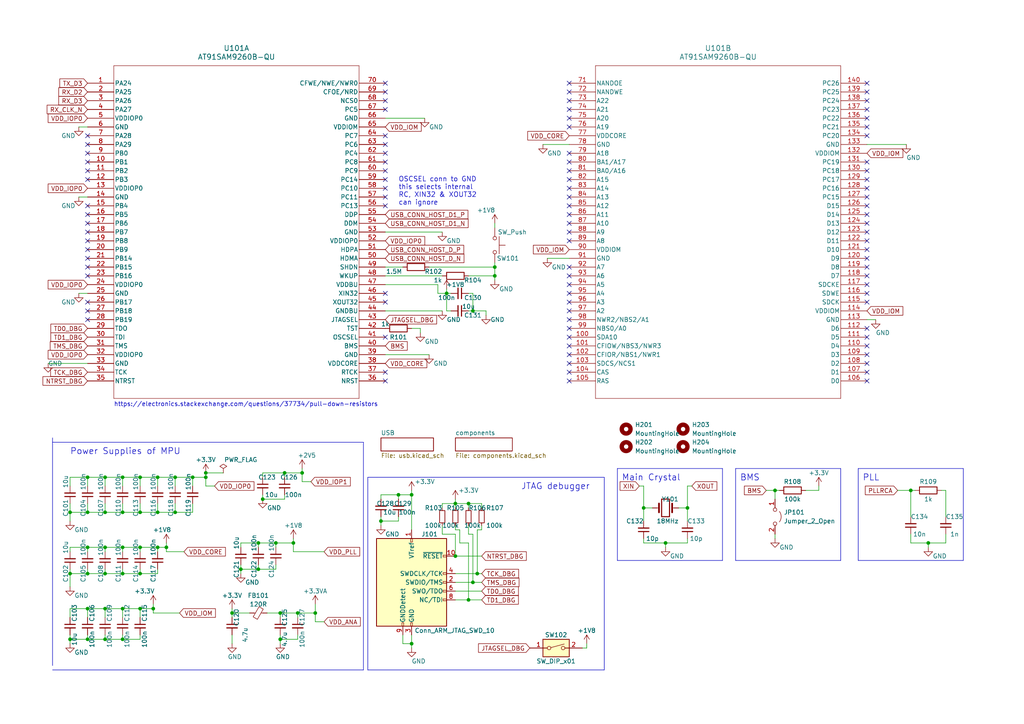
<source format=kicad_sch>
(kicad_sch (version 20230121) (generator eeschema)
  (paper "A4")
  (title_block (title "MoThLab_mini_computer_mtl01") (date "2023-03-09"))
  (junction (at 135.89 146.05))
  (junction (at 25.4 166.37))
  (junction (at 67.31 177.8))
  (junction (at 193.04 157.48))
  (junction (at 59.69 138.43))
  (junction (at 81.28 185.42))
  (junction (at 87.63 137.16))
  (junction (at 30.48 166.37))
  (junction (at 20.32 148.59))
  (junction (at 138.43 166.37))
  (junction (at 30.48 158.75))
  (junction (at 312.42 93.98))
  (junction (at 76.2 144.78))
  (junction (at 35.56 138.43))
  (junction (at 45.72 138.43))
  (junction (at 40.64 176.53))
  (junction (at 35.56 148.59))
  (junction (at 264.16 142.24))
  (junction (at 30.48 148.59))
  (junction (at 119.38 186.69))
  (junction (at 91.44 177.8))
  (junction (at 40.64 148.59))
  (junction (at 55.88 138.43))
  (junction (at 143.51 77.47))
  (junction (at 81.28 177.8))
  (junction (at 25.4 148.59))
  (junction (at 129.54 85.09))
  (junction (at 25.4 158.75))
  (junction (at 59.69 137.16))
  (junction (at 132.08 161.29))
  (junction (at 20.32 166.37))
  (junction (at 135.89 173.99))
  (junction (at 143.51 80.01))
  (junction (at 224.79 142.24))
  (junction (at 25.4 185.42))
  (junction (at 85.09 157.48))
  (junction (at 80.01 157.48))
  (junction (at 137.16 90.17))
  (junction (at 119.38 143.51))
  (junction (at 44.45 176.53))
  (junction (at 35.56 166.37))
  (junction (at 311.15 40.64))
  (junction (at 132.08 146.05))
  (junction (at 311.15 71.12))
  (junction (at 69.85 165.1))
  (junction (at 82.55 137.16))
  (junction (at 40.64 138.43))
  (junction (at 86.36 177.8))
  (junction (at 74.93 157.48))
  (junction (at 35.56 185.42))
  (junction (at 199.39 147.32))
  (junction (at 48.26 158.75))
  (junction (at 321.31 50.8))
  (junction (at 50.8 138.43))
  (junction (at 35.56 176.53))
  (junction (at 40.64 158.75))
  (junction (at 110.49 151.13))
  (junction (at 25.4 138.43))
  (junction (at 25.4 176.53))
  (junction (at 20.32 185.42))
  (junction (at 137.16 168.91))
  (junction (at 30.48 138.43))
  (junction (at 30.48 185.42))
  (junction (at 45.72 148.59))
  (junction (at 115.57 143.51))
  (junction (at 50.8 148.59))
  (junction (at 45.72 158.75))
  (junction (at 186.69 147.32))
  (junction (at 40.64 166.37))
  (junction (at 35.56 158.75))
  (junction (at 269.24 157.48))
  (junction (at 74.93 165.1))
  (junction (at 30.48 176.53))
  (no_connect (at 25.4 64.77))
  (no_connect (at 322.58 109.22))
  (no_connect (at 322.58 86.36))
  (no_connect (at 25.4 80.01))
  (no_connect (at 165.1 87.63))
  (no_connect (at 322.58 78.74))
  (no_connect (at 322.58 25.4))
  (no_connect (at 165.1 92.71))
  (no_connect (at 165.1 29.21))
  (no_connect (at 165.1 64.77))
  (no_connect (at 322.58 22.86))
  (no_connect (at 322.58 30.48))
  (no_connect (at 165.1 69.85))
  (no_connect (at 251.46 36.83))
  (no_connect (at 393.7 109.22))
  (no_connect (at 165.1 82.55))
  (no_connect (at 25.4 46.99))
  (no_connect (at 25.4 44.45))
  (no_connect (at 25.4 59.69))
  (no_connect (at 165.1 46.99))
  (no_connect (at 165.1 110.49))
  (no_connect (at 111.76 26.67))
  (no_connect (at 251.46 26.67))
  (no_connect (at 251.46 46.99))
  (no_connect (at 251.46 95.25))
  (no_connect (at 251.46 59.69))
  (no_connect (at 165.1 34.29))
  (no_connect (at 251.46 31.75))
  (no_connect (at 165.1 67.31))
  (no_connect (at 165.1 77.47))
  (no_connect (at 111.76 107.95))
  (no_connect (at 251.46 72.39))
  (no_connect (at 165.1 90.17))
  (no_connect (at 251.46 62.23))
  (no_connect (at 165.1 80.01))
  (no_connect (at 111.76 31.75))
  (no_connect (at 393.7 104.14))
  (no_connect (at 165.1 97.79))
  (no_connect (at 165.1 107.95))
  (no_connect (at 251.46 102.87))
  (no_connect (at 393.7 101.6))
  (no_connect (at 251.46 49.53))
  (no_connect (at 111.76 110.49))
  (no_connect (at 165.1 52.07))
  (no_connect (at 322.58 91.44))
  (no_connect (at 251.46 24.13))
  (no_connect (at 165.1 31.75))
  (no_connect (at 111.76 57.15))
  (no_connect (at 25.4 39.37))
  (no_connect (at 165.1 59.69))
  (no_connect (at 322.58 76.2))
  (no_connect (at 111.76 44.45))
  (no_connect (at 25.4 92.71))
  (no_connect (at 393.7 96.52))
  (no_connect (at 25.4 77.47))
  (no_connect (at 322.58 33.02))
  (no_connect (at 111.76 41.91))
  (no_connect (at 111.76 87.63))
  (no_connect (at 251.46 52.07))
  (no_connect (at 393.7 45.72))
  (no_connect (at 165.1 85.09))
  (no_connect (at 251.46 100.33))
  (no_connect (at 393.7 106.68))
  (no_connect (at 251.46 64.77))
  (no_connect (at 111.76 52.07))
  (no_connect (at 251.46 29.21))
  (no_connect (at 165.1 105.41))
  (no_connect (at 165.1 102.87))
  (no_connect (at 111.76 46.99))
  (no_connect (at 25.4 72.39))
  (no_connect (at 165.1 44.45))
  (no_connect (at 111.76 85.09))
  (no_connect (at 251.46 77.47))
  (no_connect (at 25.4 67.31))
  (no_connect (at 251.46 85.09))
  (no_connect (at 251.46 67.31))
  (no_connect (at 251.46 57.15))
  (no_connect (at 322.58 73.66))
  (no_connect (at 393.7 99.06))
  (no_connect (at 322.58 81.28))
  (no_connect (at 25.4 87.63))
  (no_connect (at 165.1 24.13))
  (no_connect (at 322.58 101.6))
  (no_connect (at 165.1 49.53))
  (no_connect (at 111.76 54.61))
  (no_connect (at 25.4 52.07))
  (no_connect (at 322.58 27.94))
  (no_connect (at 251.46 54.61))
  (no_connect (at 111.76 59.69))
  (no_connect (at 322.58 83.82))
  (no_connect (at 111.76 97.79))
  (no_connect (at 251.46 110.49))
  (no_connect (at 322.58 88.9))
  (no_connect (at 165.1 100.33))
  (no_connect (at 251.46 105.41))
  (no_connect (at 25.4 69.85))
  (no_connect (at 251.46 34.29))
  (no_connect (at 165.1 57.15))
  (no_connect (at 322.58 63.5))
  (no_connect (at 111.76 49.53))
  (no_connect (at 322.58 66.04))
  (no_connect (at 25.4 90.17))
  (no_connect (at 25.4 62.23))
  (no_connect (at 393.7 30.48))
  (no_connect (at 165.1 26.67))
  (no_connect (at 165.1 95.25))
  (no_connect (at 393.7 88.9))
  (no_connect (at 25.4 41.91))
  (no_connect (at 322.58 68.58))
  (no_connect (at 165.1 36.83))
  (no_connect (at 322.58 99.06))
  (no_connect (at 165.1 54.61))
  (no_connect (at 393.7 91.44))
  (no_connect (at 111.76 24.13))
  (no_connect (at 165.1 62.23))
  (no_connect (at 251.46 87.63))
  (no_connect (at 251.46 69.85))
  (no_connect (at 251.46 97.79))
  (no_connect (at 25.4 49.53))
  (no_connect (at 251.46 80.01))
  (no_connect (at 251.46 107.95))
  (no_connect (at 251.46 39.37))
  (no_connect (at 251.46 82.55))
  (no_connect (at 111.76 29.21))
  (no_connect (at 251.46 74.93))
  (no_connect (at 393.7 93.98))
  (no_connect (at 25.4 74.93))
  (no_connect (at 111.76 39.37))
  (wire (pts (xy 40.64 148.59) (xy 40.64 146.05)))
  (wire (pts (xy 40.64 148.59) (xy 45.72 148.59)))
  (wire (pts (xy 186.69 157.48) (xy 193.04 157.48)))
  (wire (pts (xy 224.79 154.94) (xy 224.79 156.21)))
  (wire (pts (xy 44.45 177.8) (xy 52.07 177.8)))
  (wire (pts (xy 45.72 158.75) (xy 48.26 158.75)))
  (wire (pts (xy 130.81 85.09) (xy 129.54 85.09)))
  (wire (pts (xy 264.16 157.48) (xy 269.24 157.48)))
  (wire (pts (xy 59.69 138.43) (xy 55.88 138.43)))
  (wire (pts (xy 48.26 160.02) (xy 48.26 158.75)))
  (wire (pts (xy 85.09 160.02) (xy 93.98 160.02)))
  (wire (pts (xy 30.48 176.53) (xy 35.56 176.53)))
  (wire (pts (xy 80.01 157.48) (xy 85.09 157.48)))
  (wire (pts (xy 35.56 138.43) (xy 40.64 138.43)))
  (wire (pts (xy 22.86 85.09) (xy 25.4 85.09)))
  (wire (pts (xy 35.56 148.59) (xy 40.64 148.59)))
  (wire (pts (xy 80.01 157.48) (xy 80.01 158.75)))
  (wire (pts (xy 45.72 138.43) (xy 50.8 138.43)))
  (wire (pts (xy 110.49 151.13) (xy 110.49 152.4)))
  (polyline (pts (xy 213.36 135.89) (xy 243.84 135.89)))
  (wire (pts (xy 81.28 185.42) (xy 81.28 186.69)))
  (wire (pts (xy 30.48 166.37) (xy 30.48 165.1)))
  (wire (pts (xy 138.43 153.67) (xy 138.43 166.37)))
  (wire (pts (xy 186.69 147.32) (xy 189.23 147.32)))
  (wire (pts (xy 320.04 96.52) (xy 322.58 96.52)))
  (wire (pts (xy 128.27 147.32) (xy 128.27 146.05)))
  (wire (pts (xy 76.2 143.51) (xy 76.2 144.78)))
  (wire (pts (xy 77.47 177.8) (xy 81.28 177.8)))
  (wire (pts (xy 59.69 137.16) (xy 64.77 137.16)))
  (polyline (pts (xy 179.07 135.89) (xy 209.55 135.89)))
  (wire (pts (xy 86.36 177.8) (xy 91.44 177.8)))
  (wire (pts (xy 81.28 184.15) (xy 81.28 185.42)))
  (wire (pts (xy 82.55 143.51) (xy 82.55 144.78)))
  (polyline (pts (xy 105.41 194.31) (xy 105.41 128.27)))
  (wire (pts (xy 40.64 158.75) (xy 45.72 158.75)))
  (wire (pts (xy 67.31 176.53) (xy 67.31 177.8)))
  (wire (pts (xy 127 82.55) (xy 127 85.09)))
  (polyline (pts (xy 243.84 162.56) (xy 243.84 135.89)))
  (wire (pts (xy 111.76 34.29) (xy 123.19 34.29)))
  (wire (pts (xy 274.32 157.48) (xy 274.32 154.94)))
  (wire (pts (xy 13.97 105.41) (xy 25.4 105.41)))
  (wire (pts (xy 143.51 76.2) (xy 143.51 77.47)))
  (wire (pts (xy 200.66 140.97) (xy 199.39 140.97)))
  (wire (pts (xy 40.64 138.43) (xy 45.72 138.43)))
  (wire (pts (xy 87.63 135.89) (xy 87.63 137.16)))
  (wire (pts (xy 260.35 142.24) (xy 264.16 142.24)))
  (wire (pts (xy 35.56 166.37) (xy 40.64 166.37)))
  (wire (pts (xy 186.69 147.32) (xy 186.69 151.13)))
  (wire (pts (xy 59.69 140.97) (xy 59.69 138.43)))
  (wire (pts (xy 193.04 157.48) (xy 193.04 158.75)))
  (wire (pts (xy 74.93 157.48) (xy 80.01 157.48)))
  (wire (pts (xy 128.27 154.94) (xy 132.08 154.94)))
  (wire (pts (xy 67.31 177.8) (xy 67.31 179.07)))
  (wire (pts (xy 69.85 157.48) (xy 69.85 158.75)))
  (wire (pts (xy 76.2 137.16) (xy 76.2 138.43)))
  (wire (pts (xy 86.36 185.42) (xy 81.28 185.42)))
  (wire (pts (xy 132.08 168.91) (xy 137.16 168.91)))
  (wire (pts (xy 35.56 184.15) (xy 35.56 185.42)))
  (polyline (pts (xy 213.36 135.89) (xy 213.36 162.56)))
  (wire (pts (xy 222.25 142.24) (xy 224.79 142.24)))
  (wire (pts (xy 48.26 160.02) (xy 53.34 160.02)))
  (wire (pts (xy 25.4 185.42) (xy 30.48 185.42)))
  (wire (pts (xy 170.18 187.96) (xy 170.18 186.69)))
  (wire (pts (xy 69.85 165.1) (xy 69.85 166.37)))
  (wire (pts (xy 393.7 78.74) (xy 406.4 78.74)))
  (wire (pts (xy 25.4 140.97) (xy 25.4 138.43)))
  (wire (pts (xy 25.4 138.43) (xy 20.32 138.43)))
  (wire (pts (xy 20.32 166.37) (xy 20.32 165.1)))
  (wire (pts (xy 86.36 177.8) (xy 86.36 179.07)))
  (wire (pts (xy 25.4 148.59) (xy 25.4 146.05)))
  (wire (pts (xy 82.55 137.16) (xy 87.63 137.16)))
  (wire (pts (xy 45.72 165.1) (xy 45.72 166.37)))
  (polyline (pts (xy 213.36 162.56) (xy 243.84 162.56)))
  (wire (pts (xy 55.88 140.97) (xy 55.88 138.43)))
  (wire (pts (xy 133.35 157.48) (xy 135.89 157.48)))
  (wire (pts (xy 20.32 176.53) (xy 20.32 179.07)))
  (wire (pts (xy 115.57 151.13) (xy 115.57 149.86)))
  (wire (pts (xy 91.44 180.34) (xy 93.98 180.34)))
  (wire (pts (xy 137.16 168.91) (xy 139.7 168.91)))
  (polyline (pts (xy 15.24 128.27) (xy 105.41 128.27)))
  (wire (pts (xy 80.01 165.1) (xy 80.01 163.83)))
  (wire (pts (xy 20.32 158.75) (xy 20.32 160.02)))
  (wire (pts (xy 251.46 92.71) (xy 254 92.71)))
  (wire (pts (xy 25.4 160.02) (xy 25.4 158.75)))
  (wire (pts (xy 129.54 83.82) (xy 129.54 85.09)))
  (wire (pts (xy 237.49 142.24) (xy 233.68 142.24)))
  (polyline (pts (xy 109.22 138.43) (xy 175.26 138.43)))
  (wire (pts (xy 44.45 175.26) (xy 44.45 176.53)))
  (wire (pts (xy 308.61 35.56) (xy 322.58 35.56)))
  (wire (pts (xy 119.38 95.25) (xy 121.92 95.25)))
  (wire (pts (xy 20.32 185.42) (xy 25.4 185.42)))
  (wire (pts (xy 87.63 137.16) (xy 87.63 139.7)))
  (wire (pts (xy 81.28 177.8) (xy 86.36 177.8)))
  (wire (pts (xy 135.89 80.01) (xy 143.51 80.01)))
  (wire (pts (xy 135.89 157.48) (xy 135.89 173.99)))
  (wire (pts (xy 129.54 90.17) (xy 130.81 90.17)))
  (wire (pts (xy 269.24 157.48) (xy 274.32 157.48)))
  (wire (pts (xy 45.72 148.59) (xy 50.8 148.59)))
  (wire (pts (xy 67.31 184.15) (xy 67.31 186.69)))
  (wire (pts (xy 135.89 154.94) (xy 137.16 154.94)))
  (wire (pts (xy 119.38 142.24) (xy 119.38 143.51)))
  (wire (pts (xy 128.27 146.05) (xy 132.08 146.05)))
  (wire (pts (xy 132.08 173.99) (xy 135.89 173.99)))
  (wire (pts (xy 85.09 157.48) (xy 85.09 156.21)))
  (wire (pts (xy 45.72 140.97) (xy 45.72 138.43)))
  (polyline (pts (xy 106.68 138.43) (xy 109.22 138.43)))
  (wire (pts (xy 393.7 38.1) (xy 406.4 38.1)))
  (wire (pts (xy 82.55 137.16) (xy 82.55 138.43)))
  (polyline (pts (xy 279.4 162.56) (xy 279.4 135.89)))
  (wire (pts (xy 311.15 40.64) (xy 322.58 40.64)))
  (wire (pts (xy 132.08 152.4) (xy 132.08 153.67)))
  (wire (pts (xy 110.49 143.51) (xy 110.49 144.78)))
  (wire (pts (xy 30.48 148.59) (xy 35.56 148.59)))
  (wire (pts (xy 139.7 146.05) (xy 139.7 147.32)))
  (wire (pts (xy 143.51 80.01) (xy 143.51 81.28)))
  (wire (pts (xy 224.79 142.24) (xy 224.79 144.78)))
  (wire (pts (xy 25.4 166.37) (xy 20.32 166.37)))
  (wire (pts (xy 20.32 148.59) (xy 20.32 151.13)))
  (wire (pts (xy 132.08 153.67) (xy 133.35 153.67)))
  (wire (pts (xy 76.2 137.16) (xy 82.55 137.16)))
  (wire (pts (xy 59.69 140.97) (xy 62.23 140.97)))
  (wire (pts (xy 139.7 152.4) (xy 139.7 153.67)))
  (wire (pts (xy 132.08 171.45) (xy 139.7 171.45)))
  (wire (pts (xy 35.56 140.97) (xy 35.56 138.43)))
  (wire (pts (xy 133.35 153.67) (xy 133.35 157.48)))
  (wire (pts (xy 309.88 71.12) (xy 311.15 71.12)))
  (wire (pts (xy 269.24 157.48) (xy 269.24 158.75)))
  (wire (pts (xy 186.69 156.21) (xy 186.69 157.48)))
  (wire (pts (xy 224.79 142.24) (xy 226.06 142.24)))
  (wire (pts (xy 309.88 104.14) (xy 322.58 104.14)))
  (wire (pts (xy 55.88 148.59) (xy 55.88 146.05)))
  (wire (pts (xy 116.84 184.15) (xy 116.84 186.69)))
  (wire (pts (xy 111.76 90.17) (xy 128.27 90.17)))
  (wire (pts (xy 35.56 185.42) (xy 40.64 185.42)))
  (wire (pts (xy 22.86 57.15) (xy 25.4 57.15)))
  (polyline (pts (xy 248.92 135.89) (xy 248.92 162.56)))
  (wire (pts (xy 20.32 184.15) (xy 20.32 185.42)))
  (wire (pts (xy 50.8 148.59) (xy 55.88 148.59)))
  (wire (pts (xy 74.93 165.1) (xy 74.93 163.83)))
  (wire (pts (xy 40.64 179.07) (xy 40.64 176.53)))
  (polyline (pts (xy 175.26 138.43) (xy 175.26 194.31)))
  (wire (pts (xy 137.16 85.09) (xy 135.89 85.09)))
  (wire (pts (xy 321.31 48.26) (xy 322.58 48.26)))
  (wire (pts (xy 40.64 160.02) (xy 40.64 158.75)))
  (wire (pts (xy 25.4 138.43) (xy 30.48 138.43)))
  (polyline (pts (xy 15.24 127) (xy 15.24 193.04)))
  (wire (pts (xy 25.4 176.53) (xy 30.48 176.53)))
  (wire (pts (xy 251.46 41.91) (xy 262.89 41.91)))
  (wire (pts (xy 311.15 40.64) (xy 311.15 41.91)))
  (wire (pts (xy 25.4 184.15) (xy 25.4 185.42)))
  (wire (pts (xy 311.15 93.98) (xy 312.42 93.98)))
  (wire (pts (xy 30.48 140.97) (xy 30.48 138.43)))
  (wire (pts (xy 59.69 137.16) (xy 59.69 138.43)))
  (wire (pts (xy 74.93 158.75) (xy 74.93 157.48)))
  (wire (pts (xy 40.64 166.37) (xy 45.72 166.37)))
  (wire (pts (xy 110.49 151.13) (xy 110.49 149.86)))
  (wire (pts (xy 132.08 146.05) (xy 132.08 144.78)))
  (wire (pts (xy 115.57 143.51) (xy 110.49 143.51)))
  (wire (pts (xy 35.56 148.59) (xy 35.56 146.05)))
  (wire (pts (xy 25.4 158.75) (xy 20.32 158.75)))
  (wire (pts (xy 317.5 50.8) (xy 321.31 50.8)))
  (wire (pts (xy 393.7 48.26) (xy 406.4 48.26)))
  (wire (pts (xy 35.56 176.53) (xy 35.56 179.07)))
  (wire (pts (xy 321.31 53.34) (xy 321.31 50.8)))
  (polyline (pts (xy 106.68 194.31) (xy 106.68 138.43)))
  (wire (pts (xy 185.42 140.97) (xy 186.69 140.97)))
  (polyline (pts (xy 175.26 194.31) (xy 106.68 194.31)))
  (wire (pts (xy 91.44 180.34) (xy 91.44 177.8)))
  (wire (pts (xy 25.4 166.37) (xy 30.48 166.37)))
  (wire (pts (xy 199.39 147.32) (xy 196.85 147.32)))
  (wire (pts (xy 69.85 157.48) (xy 74.93 157.48)))
  (wire (pts (xy 273.05 142.24) (xy 274.32 142.24)))
  (wire (pts (xy 35.56 166.37) (xy 35.56 165.1)))
  (wire (pts (xy 40.64 185.42) (xy 40.64 184.15)))
  (wire (pts (xy 138.43 166.37) (xy 139.7 166.37)))
  (polyline (pts (xy 248.92 162.56) (xy 279.4 162.56)))
  (wire (pts (xy 135.89 146.05) (xy 135.89 147.32)))
  (wire (pts (xy 132.08 146.05) (xy 132.08 147.32)))
  (wire (pts (xy 50.8 148.59) (xy 50.8 146.05)))
  (wire (pts (xy 132.08 161.29) (xy 139.7 161.29)))
  (wire (pts (xy 50.8 140.97) (xy 50.8 138.43)))
  (wire (pts (xy 135.89 173.99) (xy 139.7 173.99)))
  (wire (pts (xy 157.48 41.91) (xy 165.1 41.91)))
  (wire (pts (xy 91.44 175.26) (xy 91.44 177.8)))
  (wire (pts (xy 111.76 102.87) (xy 124.46 102.87)))
  (wire (pts (xy 119.38 143.51) (xy 115.57 143.51)))
  (wire (pts (xy 111.76 67.31) (xy 128.27 67.31)))
  (wire (pts (xy 311.15 69.85) (xy 311.15 71.12)))
  (wire (pts (xy 320.04 60.96) (xy 322.58 60.96)))
  (wire (pts (xy 137.16 85.09) (xy 137.16 90.17)))
  (wire (pts (xy 22.86 36.83) (xy 25.4 36.83)))
  (wire (pts (xy 311.15 71.12) (xy 322.58 71.12)))
  (wire (pts (xy 20.32 146.05) (xy 20.32 148.59)))
  (wire (pts (xy 309.88 40.64) (xy 311.15 40.64)))
  (wire (pts (xy 135.89 152.4) (xy 135.89 154.94)))
  (wire (pts (xy 76.2 144.78) (xy 82.55 144.78)))
  (wire (pts (xy 81.28 177.8) (xy 81.28 179.07)))
  (wire (pts (xy 158.75 74.93) (xy 165.1 74.93)))
  (wire (pts (xy 140.97 91.44) (xy 140.97 90.17)))
  (wire (pts (xy 40.64 176.53) (xy 44.45 176.53)))
  (wire (pts (xy 135.89 146.05) (xy 139.7 146.05)))
  (wire (pts (xy 30.48 184.15) (xy 30.48 185.42)))
  (wire (pts (xy 132.08 146.05) (xy 135.89 146.05)))
  (wire (pts (xy 119.38 186.69) (xy 119.38 187.96)))
  (wire (pts (xy 143.51 77.47) (xy 143.51 80.01)))
  (wire (pts (xy 30.48 160.02) (xy 30.48 158.75)))
  (wire (pts (xy 129.54 90.17) (xy 129.54 85.09)))
  (wire (pts (xy 119.38 186.69) (xy 119.38 184.15)))
  (wire (pts (xy 35.56 176.53) (xy 40.64 176.53)))
  (wire (pts (xy 312.42 92.71) (xy 312.42 93.98)))
  (polyline (pts (xy 179.07 135.89) (xy 179.07 162.56)))
  (wire (pts (xy 186.69 140.97) (xy 186.69 147.32)))
  (polyline (pts (xy 248.92 135.89) (xy 279.4 135.89)))
  (wire (pts (xy 237.49 140.97) (xy 237.49 142.24)))
  (polyline (pts (xy 209.55 162.56) (xy 209.55 135.89)))
  (wire (pts (xy 45.72 160.02) (xy 45.72 158.75)))
  (wire (pts (xy 30.48 185.42) (xy 35.56 185.42)))
  (wire (pts (xy 128.27 152.4) (xy 128.27 154.94)))
  (wire (pts (xy 321.31 50.8) (xy 321.31 48.26)))
  (wire (pts (xy 137.16 154.94) (xy 137.16 168.91)))
  (wire (pts (xy 20.32 138.43) (xy 20.32 140.97)))
  (wire (pts (xy 40.64 166.37) (xy 40.64 165.1)))
  (wire (pts (xy 168.91 187.96) (xy 170.18 187.96)))
  (wire (pts (xy 199.39 140.97) (xy 199.39 147.32)))
  (wire (pts (xy 86.36 185.42) (xy 86.36 184.15)))
  (wire (pts (xy 50.8 138.43) (xy 55.88 138.43)))
  (wire (pts (xy 25.4 158.75) (xy 30.48 158.75)))
  (wire (pts (xy 199.39 147.32) (xy 199.39 151.13)))
  (wire (pts (xy 121.92 95.25) (xy 121.92 96.52)))
  (wire (pts (xy 25.4 176.53) (xy 20.32 176.53)))
  (wire (pts (xy 312.42 93.98) (xy 322.58 93.98)))
  (wire (pts (xy 140.97 90.17) (xy 137.16 90.17)))
  (wire (pts (xy 264.16 142.24) (xy 265.43 142.24)))
  (wire (pts (xy 143.51 64.77) (xy 143.51 66.04)))
  (polyline (pts (xy 15.24 194.31) (xy 105.41 194.31)))
  (wire (pts (xy 193.04 157.48) (xy 199.39 157.48)))
  (wire (pts (xy 85.09 160.02) (xy 85.09 157.48)))
  (wire (pts (xy 35.56 160.02) (xy 35.56 158.75)))
  (wire (pts (xy 132.08 154.94) (xy 132.08 161.29)))
  (polyline (pts (xy 179.07 162.56) (xy 209.55 162.56)))
  (wire (pts (xy 30.48 148.59) (xy 30.48 146.05)))
  (wire (pts (xy 111.76 77.47) (xy 116.84 77.47)))
  (wire (pts (xy 115.57 151.13) (xy 110.49 151.13)))
  (wire (pts (xy 25.4 176.53) (xy 25.4 179.07)))
  (wire (pts (xy 69.85 165.1) (xy 69.85 163.83)))
  (wire (pts (xy 137.16 90.17) (xy 135.89 90.17)))
  (wire (pts (xy 139.7 153.67) (xy 138.43 153.67)))
  (wire (pts (xy 119.38 143.51) (xy 119.38 153.67)))
  (wire (pts (xy 264.16 142.24) (xy 264.16 149.86)))
  (wire (pts (xy 69.85 165.1) (xy 74.93 165.1)))
  (wire (pts (xy 199.39 157.48) (xy 199.39 156.21)))
  (wire (pts (xy 132.08 166.37) (xy 138.43 166.37)))
  (wire (pts (xy 30.48 138.43) (xy 35.56 138.43)))
  (wire (pts (xy 90.17 139.7) (xy 87.63 139.7)))
  (wire (pts (xy 127 85.09) (xy 129.54 85.09)))
  (wire (pts (xy 30.48 166.37) (xy 35.56 166.37)))
  (wire (pts (xy 67.31 177.8) (xy 72.39 177.8)))
  (wire (pts (xy 20.32 148.59) (xy 25.4 148.59)))
  (wire (pts (xy 25.4 148.59) (xy 30.48 148.59)))
  (wire (pts (xy 20.32 185.42) (xy 20.32 186.69)))
  (wire (pts (xy 264.16 154.94) (xy 264.16 157.48)))
  (wire (pts (xy 44.45 177.8) (xy 44.45 176.53)))
  (wire (pts (xy 74.93 165.1) (xy 80.01 165.1)))
  (wire (pts (xy 30.48 158.75) (xy 35.56 158.75)))
  (wire (pts (xy 115.57 144.78) (xy 115.57 143.51)))
  (wire (pts (xy 30.48 176.53) (xy 30.48 179.07)))
  (wire (pts (xy 48.26 158.75) (xy 48.26 157.48)))
  (wire (pts (xy 25.4 166.37) (xy 25.4 165.1)))
  (wire (pts (xy 40.64 140.97) (xy 40.64 138.43)))
  (wire (pts (xy 20.32 166.37) (xy 20.32 170.18)))
  (wire (pts (xy 322.58 53.34) (xy 321.31 53.34)))
  (wire (pts (xy 124.46 77.47) (xy 143.51 77.47)))
  (wire (pts (xy 111.76 80.01) (xy 128.27 80.01)))
  (wire (pts (xy 116.84 186.69) (xy 119.38 186.69)))
  (wire (pts (xy 45.72 148.59) (xy 45.72 146.05)))
  (wire (pts (xy 274.32 142.24) (xy 274.32 149.86)))
  (wire (pts (xy 35.56 158.75) (xy 40.64 158.75)))
  (wire (pts (xy 111.76 82.55) (xy 127 82.55)))
  (text "Power Supplies of MPU" (at 20.32 132.08 0) (effects (font (size 1.8 1.8)) (justify left bottom)))
  (text "https://electronics.stackexchange.com/questions/37734/pull-down-resistors" (at 33.02 118.11 0) (effects (font (size 1.27 1.27)) (justify left bottom)))
  (text "OSCSEL conn to GND\nthis selects internal \nRC, XIN32 & XOUT32\ncan ignore" (at 115.57 59.69 0) (effects (font (size 1.4 1.4)) (justify left bottom)))
  (text "JTAG debugger" (at 151.13 142.24 0) (effects (font (size 1.8 1.8)) (justify left bottom)))
  (text "Main Crystal" (at 180.34 139.7 0) (effects (font (size 1.8 1.8)) (justify left bottom)))
  (text "PLL" (at 250.19 139.7 0) (effects (font (size 1.8 1.8)) (justify left bottom)))
  (text "BMS\n" (at 214.63 139.7 0) (effects (font (size 1.8 1.8)) (justify left bottom)))
  (global_label "VDD_CORE" (shape input) (at 322.58 106.68 180) (property "Intersheetrefs" "${INTERSHEET_REFS}" (effects hide)))
  (global_label "TX_D1" (shape input) (at 393.7 63.5 0) (property "Intersheetrefs" "${INTERSHEET_REFS}" (effects hide)))
  (global_label "USB_CONN_HOST_D_P" (shape input) (at 111.76 72.39 0) (property "Intersheetrefs" "${INTERSHEET_REFS}" (effects hide)))
  (global_label "VDD_IOP0" (shape input) (at 111.76 69.85 0) (property "Intersheetrefs" "${INTERSHEET_REFS}" (effects hide)))
  (global_label "TD0_DBG" (shape input) (at 25.4 95.25 180) (property "Intersheetrefs" "${INTERSHEET_REFS}" (effects hide)))
  (global_label "USB_CONN_HOST_D1_P" (shape input) (at 111.76 62.23 0) (property "Intersheetrefs" "${INTERSHEET_REFS}" (effects hide)))
  (global_label "VDD_IOP0" (shape input) (at 393.7 81.28 0) (property "Intersheetrefs" "${INTERSHEET_REFS}" (effects hide)))
  (global_label "BMS" (shape input) (at 111.76 100.33 0) (property "Intersheetrefs" "${INTERSHEET_REFS}" (effects hide)))
  (global_label "PLLRCA" (shape input) (at 322.58 55.88 180) (property "Intersheetrefs" "${INTERSHEET_REFS}" (effects hide)))
  (global_label "RX_D3" (shape input) (at 25.4 29.21 180) (property "Intersheetrefs" "${INTERSHEET_REFS}" (effects hide)))
  (global_label "VDD_IOP0" (shape input) (at 25.4 54.61 180) (property "Intersheetrefs" "${INTERSHEET_REFS}" (effects hide)))
  (global_label "SD_DAT3" (shape input) (at 393.7 68.58 0) (property "Intersheetrefs" "${INTERSHEET_REFS}" (effects hide)))
  (global_label "VDD_IOM" (shape input) (at 165.1 72.39 180) (property "Intersheetrefs" "${INTERSHEET_REFS}" (effects hide)))
  (global_label "XOUT" (shape input) (at 200.66 140.97 0) (property "Intersheetrefs" "${INTERSHEET_REFS}" (effects hide)))
  (global_label "MDIO" (shape input) (at 393.7 33.02 0) (property "Intersheetrefs" "${INTERSHEET_REFS}" (effects hide)))
  (global_label "VDD_IOM" (shape input) (at 52.07 177.8 0) (property "Intersheetrefs" "${INTERSHEET_REFS}" (effects hide)))
  (global_label "VDD_IOP0" (shape input) (at 25.4 82.55 180) (property "Intersheetrefs" "${INTERSHEET_REFS}" (effects hide)))
  (global_label "TMS_DBG" (shape input) (at 139.7 168.91 0) (property "Intersheetrefs" "${INTERSHEET_REFS}" (effects hide)))
  (global_label "GTX_CLK_N" (shape input) (at 393.7 43.18 0) (property "Intersheetrefs" "${INTERSHEET_REFS}" (effects hide)))
  (global_label "USB_CONN_HOST_D1_N" (shape input) (at 111.76 64.77 0) (property "Intersheetrefs" "${INTERSHEET_REFS}" (effects hide)))
  (global_label "VDD_IOP1" (shape input) (at 90.17 139.7 0) (property "Intersheetrefs" "${INTERSHEET_REFS}" (effects hide)))
  (global_label "JTAGSEL_DBG" (shape input) (at 153.67 187.96 180) (property "Intersheetrefs" "${INTERSHEET_REFS}" (effects hide)))
  (global_label "XOUT" (shape input) (at 322.58 45.72 180) (property "Intersheetrefs" "${INTERSHEET_REFS}" (effects hide)))
  (global_label "SD_DAT2" (shape input) (at 393.7 71.12 0) (property "Intersheetrefs" "${INTERSHEET_REFS}" (effects hide)))
  (global_label "TD0_DBG" (shape input) (at 139.7 171.45 0) (property "Intersheetrefs" "${INTERSHEET_REFS}" (effects hide)))
  (global_label "VDD_PLL" (shape input) (at 322.58 58.42 180) (property "Intersheetrefs" "${INTERSHEET_REFS}" (effects hide)))
  (global_label "NTRST_DBG" (shape input) (at 139.7 161.29 0) (property "Intersheetrefs" "${INTERSHEET_REFS}" (effects hide)))
  (global_label "TX_D2" (shape input) (at 393.7 27.94 0) (property "Intersheetrefs" "${INTERSHEET_REFS}" (effects hide)))
  (global_label "SD_CLK" (shape input) (at 393.7 76.2 0) (property "Intersheetrefs" "${INTERSHEET_REFS}" (effects hide)))
  (global_label "SD_DAT0" (shape input) (at 393.7 86.36 0) (property "Intersheetrefs" "${INTERSHEET_REFS}" (effects hide)))
  (global_label "RX_DV" (shape input) (at 393.7 53.34 0) (property "Intersheetrefs" "${INTERSHEET_REFS}" (effects hide)))
  (global_label "RX_D0" (shape input) (at 393.7 60.96 0) (property "Intersheetrefs" "${INTERSHEET_REFS}" (effects hide)))
  (global_label "NTRST_DBG" (shape input) (at 25.4 110.49 180) (property "Intersheetrefs" "${INTERSHEET_REFS}" (effects hide)))
  (global_label "VDD_CORE" (shape input) (at 165.1 39.37 180) (property "Intersheetrefs" "${INTERSHEET_REFS}" (effects hide)))
  (global_label "SD_CMD" (shape input) (at 393.7 83.82 0) (property "Intersheetrefs" "${INTERSHEET_REFS}" (effects hide)))
  (global_label "TMS_DBG" (shape input) (at 25.4 100.33 180) (property "Intersheetrefs" "${INTERSHEET_REFS}" (effects hide)))
  (global_label "TD1_DBG" (shape input) (at 139.7 173.99 0) (property "Intersheetrefs" "${INTERSHEET_REFS}" (effects hide)))
  (global_label "TX_EN" (shape input) (at 393.7 55.88 0) (property "Intersheetrefs" "${INTERSHEET_REFS}" (effects hide)))
  (global_label "VDD_IOP0" (shape input) (at 25.4 102.87 180) (property "Intersheetrefs" "${INTERSHEET_REFS}" (effects hide)))
  (global_label "PLLRCA" (shape input) (at 260.35 142.24 180) (property "Intersheetrefs" "${INTERSHEET_REFS}" (effects hide)))
  (global_label "VDD_CORE" (shape input) (at 53.34 160.02 0) (property "Intersheetrefs" "${INTERSHEET_REFS}" (effects hide)))
  (global_label "XIN" (shape input) (at 185.42 140.97 180) (property "Intersheetrefs" "${INTERSHEET_REFS}" (effects hide)))
  (global_label "VDD_IOM" (shape input) (at 251.46 44.45 0) (property "Intersheetrefs" "${INTERSHEET_REFS}" (effects hide)))
  (global_label "BMS" (shape input) (at 222.25 142.24 180) (property "Intersheetrefs" "${INTERSHEET_REFS}" (effects hide)))
  (global_label "VDD_PLL" (shape input) (at 93.98 160.02 0) (property "Intersheetrefs" "${INTERSHEET_REFS}" (effects hide)))
  (global_label "MDC" (shape input) (at 393.7 35.56 0) (property "Intersheetrefs" "${INTERSHEET_REFS}" (effects hide)))
  (global_label "JTAGSEL_DBG" (shape input) (at 111.76 92.71 0) (property "Intersheetrefs" "${INTERSHEET_REFS}" (effects hide)))
  (global_label "VDD_IOP1" (shape input) (at 311.15 93.98 180) (property "Intersheetrefs" "${INTERSHEET_REFS}" (effects hide)))
  (global_label "VDD_IOP0" (shape input) (at 25.4 34.29 180) (property "Intersheetrefs" "${INTERSHEET_REFS}" (effects hide)))
  (global_label "TCK_DBG" (shape input) (at 139.7 166.37 0) (property "Intersheetrefs" "${INTERSHEET_REFS}" (effects hide)))
  (global_label "TD1_DBG" (shape input) (at 25.4 97.79 180) (property "Intersheetrefs" "${INTERSHEET_REFS}" (effects hide)))
  (global_label "VDD_IOM" (shape input) (at 251.46 90.17 0) (property "Intersheetrefs" "${INTERSHEET_REFS}" (effects hide)))
  (global_label "VDD_IOM" (shape input) (at 111.76 36.83 0) (property "Intersheetrefs" "${INTERSHEET_REFS}" (effects hide)))
  (global_label "USB_CONN_HOST_D_N" (shape input) (at 111.76 74.93 0) (property "Intersheetrefs" "${INTERSHEET_REFS}" (effects hide)))
  (global_label "VDD_IOP0" (shape input) (at 62.23 140.97 0) (property "Intersheetrefs" "${INTERSHEET_REFS}" (effects hide)))
  (global_label "RX_D1" (shape input) (at 393.7 58.42 0) (property "Intersheetrefs" "${INTERSHEET_REFS}" (effects hide)))
  (global_label "VDD_CORE" (shape input) (at 393.7 40.64 0) (property "Intersheetrefs" "${INTERSHEET_REFS}" (effects hide)))
  (global_label "SD_DAT1" (shape input) (at 393.7 73.66 0) (property "Intersheetrefs" "${INTERSHEET_REFS}" (effects hide)))
  (global_label "TX_D3" (shape input) (at 25.4 24.13 180) (property "Intersheetrefs" "${INTERSHEET_REFS}" (effects hide)))
  (global_label "VDD_CORE" (shape input) (at 111.76 105.41 0) (property "Intersheetrefs" "${INTERSHEET_REFS}" (effects hide)))
  (global_label "RX_D2" (shape input) (at 25.4 26.67 180) (property "Intersheetrefs" "${INTERSHEET_REFS}" (effects hide)))
  (global_label "XIN" (shape input) (at 322.58 43.18 180) (property "Intersheetrefs" "${INTERSHEET_REFS}" (effects hide)))
  (global_label "VDD_CORE" (shape input) (at 322.58 38.1 180) (property "Intersheetrefs" "${INTERSHEET_REFS}" (effects hide)))
  (global_label "TX_D0" (shape input) (at 393.7 66.04 0) (property "Intersheetrefs" "${INTERSHEET_REFS}" (effects hide)))
  (global_label "VDD_ANA" (shape input) (at 309.88 71.12 180) (property "Intersheetrefs" "${INTERSHEET_REFS}" (effects hide)))
  (global_label "TCK_DBG" (shape input) (at 25.4 107.95 180) (property "Intersheetrefs" "${INTERSHEET_REFS}" (effects hide)))
  (global_label "VDD_ANA" (shape input) (at 93.98 180.34 0) (property "Intersheetrefs" "${INTERSHEET_REFS}" (effects hide)))
  (global_label "VDD_IOP0" (shape input) (at 393.7 50.8 0) (property "Intersheetrefs" "${INTERSHEET_REFS}" (effects hide)))
  (global_label "RX_CLK_N" (shape input) (at 25.4 31.75 180) (property "Intersheetrefs" "${INTERSHEET_REFS}" (effects hide)))
  (global_label "VDD_PLL" (shape input) (at 309.88 40.64 180) (property "Intersheetrefs" "${INTERSHEET_REFS}" (effects hide)))
  (symbol (lib_id "Device:C_Small") (at 81.28 181.61 0) (unit 1)
    (property "Reference" "C125" (at 82.55 179.07 90))
    (property "Value" "4.7u" (at 82.55 185.42 90))
    (property "Footprint" "Capacitor_SMD:C_0603_1608Metric" (effects hide))
  )
  (symbol (lib_id "power:GND") (at 123.19 34.29 0) (unit 1)
    (property "Reference" "#PWR0123" (effects hide))
    (property "Value" "GND" (at 124.46 36.83 0) (effects (justify left)))
  )
  (symbol (lib_id "Device:R_Small") (at 139.7 149.86 0) (unit 1)
    (property "Reference" "R107" (at 140.97 147.32 0) (effects (justify left)))
    (property "Value" "100k" (at 140.97 152.4 0) (effects (justify left)))
    (property "Footprint" "Resistor_SMD:R_0603_1608Metric" (effects hide))
  )
  (symbol (lib_id "power:GND") (at 22.86 57.15 0) (unit 1)
    (property "Reference" "#PWR0106" (effects hide))
    (property "Value" "GND" (at 17.78 59.69 0) (effects (justify left)))
  )
  (symbol (lib_id "power:GND") (at 406.4 78.74 0) (unit 1)
    (property "Reference" "#PWR0148" (effects hide))
    (property "Value" "GND" (at 406.4 82.55 0) (effects (justify left)))
  )
  (symbol (lib_id "power:GND") (at 128.27 67.31 0) (unit 1)
    (property "Reference" "#PWR0125" (effects hide))
    (property "Value" "GND" (at 129.54 69.85 0) (effects (justify left)))
  )
  (symbol (lib_id "power:GND") (at 406.4 48.26 0) (unit 1)
    (property "Reference" "#PWR0147" (effects hide))
    (property "Value" "GND" (at 406.4 52.07 0) (effects (justify left)))
  )
  (symbol (lib_id "power:GND") (at 143.51 81.28 0) (unit 1)
    (property "Reference" "#PWR0131" (effects hide))
    (property "Value" "GND" (at 144.78 83.82 0) (effects (justify left)))
  )
  (symbol (lib_id "Device:C_Small") (at 50.8 143.51 180) (unit 1)
    (property "Reference" "C118" (at 49.53 147.32 90))
    (property "Value" "100n" (at 49.53 139.7 90))
    (property "Footprint" "Capacitor_SMD:C_0402_1005Metric" (effects hide))
  )
  (symbol (lib_id "Device:C_Small") (at 35.56 162.56 180) (unit 1)
    (property "Reference" "C111" (at 34.29 166.37 90))
    (property "Value" "100n" (at 34.29 158.75 90))
    (property "Footprint" "Capacitor_SMD:C_0402_1005Metric" (effects hide))
  )
  (symbol (lib_id "power:GND") (at 128.27 90.17 0) (unit 1)
    (property "Reference" "#PWR0126" (effects hide))
    (property "Value" "GND" (at 129.54 92.71 0) (effects (justify left)))
  )
  (symbol (lib_id "power:+3.3V") (at 119.38 142.24 0) (unit 1)
    (property "Reference" "#PWR0120" (effects hide))
    (property "Value" "+3.3V" (at 123.19 139.7 0))
  )
  (symbol (lib_id "power:PWR_FLAG") (at 311.15 69.85 0) (unit 1)
    (property "Reference" "#FLG0203" (effects hide))
    (property "Value" "PWR_FLAG" (at 311.15 64.77 0))
  )
  (symbol (lib_id "power:PWR_FLAG") (at 64.77 137.16 0) (unit 1)
    (property "Reference" "#FLG0201" (effects hide))
    (property "Value" "PWR_FLAG" (at 69.85 133.35 0))
  )
  (symbol (lib_id "Device:C_Small") (at 74.93 161.29 180) (unit 1)
    (property "Reference" "C122" (at 73.66 165.1 90))
    (property "Value" "100n" (at 73.66 157.48 90))
    (property "Footprint" "Capacitor_SMD:C_0402_1005Metric" (effects hide))
  )
  (symbol (lib_id "Device:C_Small") (at 55.88 143.51 180) (unit 1)
    (property "Reference" "C119" (at 54.61 147.32 90))
    (property "Value" "100n" (at 54.61 139.7 90))
    (property "Footprint" "Capacitor_SMD:C_0402_1005Metric" (effects hide))
  )
  (symbol (lib_id "Device:C_Small") (at 20.32 162.56 180) (unit 1)
    (property "Reference" "C102" (at 19.05 166.37 90))
    (property "Value" "10u" (at 19.05 158.75 90))
    (property "Footprint" "Capacitor_SMD:C_0603_1608Metric" (effects hide))
  )
  (symbol (lib_id "Device:R_Small") (at 135.89 149.86 0) (unit 1)
    (property "Reference" "R106" (at 135.89 147.32 0) (effects (justify left)))
    (property "Value" "100k" (at 134.62 152.4 0) (effects (justify left)))
    (property "Footprint" "Resistor_SMD:R_0603_1608Metric" (effects hide))
  )
  (symbol (lib_id "power:GND") (at 22.86 36.83 0) (unit 1)
    (property "Reference" "#PWR0105" (effects hide))
    (property "Value" "GND" (at 17.78 39.37 0) (effects (justify left)))
  )
  (symbol (lib_id "Device:C_Small") (at 199.39 153.67 180) (unit 1)
    (property "Reference" "C133" (at 201.93 151.13 0))
    (property "Value" "10p" (at 201.93 156.21 0))
    (property "Footprint" "Capacitor_SMD:C_0402_1005Metric" (effects hide))
  )
  (symbol (lib_id "Device:R") (at 115.57 95.25 270) (unit 1)
    (property "Reference" "R101" (at 115.57 97.79 90))
    (property "Value" "1k" (at 111.76 93.98 90))
    (property "Footprint" "Resistor_SMD:R_0402_1005Metric" (effects hide))
  )
  (symbol (lib_id "Device:C_Small") (at 86.36 181.61 0) (unit 1)
    (property "Reference" "C127" (at 87.63 179.07 90))
    (property "Value" "100n" (at 87.63 185.42 90))
    (property "Footprint" "Capacitor_SMD:C_0402_1005Metric" (effects hide))
  )
  (symbol (lib_id "power:+3.3V") (at 67.31 176.53 0) (unit 1)
    (property "Reference" "#PWR0111" (effects hide))
    (property "Value" "+3.3V" (at 67.31 172.72 0))
  )
  (symbol (lib_id "Device:R") (at 120.65 77.47 270) (unit 1)
    (property "Reference" "R102" (at 125.73 78.74 90))
    (property "Value" "1.5M" (at 114.3 78.74 90))
    (property "Footprint" "Resistor_SMD:R_0805_2012Metric" (effects hide))
  )
  (symbol (lib_id "SAM9260:AT91SAM9260B-QU") (at 322.58 22.86 0) (unit 3)
    (property "Reference" "U101" (at 358.14 12.7 0) (effects (font (size 1.524 1.524))))
    (property "Value" "AT91SAM9260B-QU" (at 358.14 15.24 0) (effects (font (size 1.524 1.524))))
    (property "Footprint" "SAM9260:PQFP208_ATM" (effects hide))
    (property "Datasheet" "AT91SAM9260B-QU" (effects hide))
  )
  (symbol (lib_id "power:+1V8") (at 48.26 157.48 0) (unit 1)
    (property "Reference" "#PWR0109" (effects hide))
    (property "Value" "+1V8" (at 46.99 153.67 0))
  )
  (symbol (lib_id "Mechanical:MountingHole") (at 198.12 124.46 0) (unit 1)
    (property "Reference" "H203" (at 200.66 123.19 0) (effects (justify left)))
    (property "Value" "MountingHole" (at 200.66 125.73 0) (effects (justify left)))
    (property "Footprint" "MountingHole:MountingHole_3mm" (effects hide))
  )
  (symbol (lib_id "power:GND") (at 193.04 158.75 0) (unit 1)
    (property "Reference" "#PWR0135" (effects hide))
    (property "Value" "GND" (at 194.31 161.29 0) (effects (justify left)))
  )
  (symbol (lib_id "power:+1V8") (at 143.51 64.77 0) (unit 1)
    (property "Reference" "#PWR0130" (effects hide))
    (property "Value" "+1V8" (at 140.97 60.96 0))
  )
  (symbol (lib_id "Device:C_Small") (at 20.32 143.51 180) (unit 1)
    (property "Reference" "C101" (at 19.05 147.32 90))
    (property "Value" "10u" (at 19.05 139.7 90))
    (property "Footprint" "Capacitor_SMD:C_0603_1608Metric" (effects hide))
  )
  (symbol (lib_id "Device:C_Small") (at 25.4 143.51 180) (unit 1)
    (property "Reference" "C104" (at 24.13 147.32 90))
    (property "Value" "100n" (at 24.13 139.7 90))
    (property "Footprint" "Capacitor_SMD:C_0402_1005Metric" (effects hide))
  )
  (symbol (lib_id "Device:R_Small") (at 128.27 149.86 0) (unit 1)
    (property "Reference" "R103" (at 123.19 147.32 0) (effects (justify left)))
    (property "Value" "100k" (at 123.19 152.4 0) (effects (justify left)))
    (property "Footprint" "Resistor_SMD:R_0603_1608Metric" (effects hide))
  )
  (symbol (lib_id "Device:C_Small") (at 40.64 162.56 180) (unit 1)
    (property "Reference" "C114" (at 39.37 166.37 90))
    (property "Value" "100n" (at 39.37 158.75 90))
    (property "Footprint" "Capacitor_SMD:C_0402_1005Metric" (effects hide))
  )
  (symbol (lib_id "power:+3.3VA") (at 91.44 175.26 0) (unit 1)
    (property "Reference" "#PWR0118" (effects hide))
    (property "Value" "+3.3VA" (at 91.44 171.45 0))
  )
  (symbol (lib_id "Device:C_Small") (at 115.57 147.32 180) (unit 1)
    (property "Reference" "C129" (at 116.84 146.05 0))
    (property "Value" "100n" (at 118.11 148.59 0))
    (property "Footprint" "Capacitor_SMD:C_0402_1005Metric" (effects hide))
  )
  (symbol (lib_id "Connector:Conn_ARM_JTAG_SWD_10") (at 119.38 168.91 0) (unit 1)
    (property "Reference" "J101" (at 127 154.94 0) (effects (justify right)))
    (property "Value" "Conn_ARM_JTAG_SWD_10" (at 143.51 182.88 0) (effects (justify right)))
    (property "Footprint" "Connector_PinHeader_1.00mm:PinHeader_2x05_P1.00mm_Vertical_SMD" (effects hide))
    (property "Datasheet" "http://infocenter.arm.com/help/topic/com.arm.doc.ddi0314h/DDI0314H_coresight_components_trm.pdf" (effects hide))
  )
  (symbol (lib_id "Mechanical:MountingHole") (at 181.61 129.54 0) (unit 1)
    (property "Reference" "H202" (at 184.15 128.27 0) (effects (justify left)))
    (property "Value" "MountingHole" (at 184.15 130.81 0) (effects (justify left)))
    (property "Footprint" "MountingHole:MountingHole_3mm" (effects hide))
  )
  (symbol (lib_id "power:GND") (at 158.75 74.93 0) (unit 1)
    (property "Reference" "#PWR0133" (effects hide))
    (property "Value" "GND" (at 160.02 77.47 0) (effects (justify left)))
  )
  (symbol (lib_id "Device:C_Small") (at 40.64 143.51 180) (unit 1)
    (property "Reference" "C113" (at 39.37 147.32 90))
    (property "Value" "100n" (at 39.37 139.7 90))
    (property "Footprint" "Capacitor_SMD:C_0402_1005Metric" (effects hide))
  )
  (symbol (lib_id "power:GND") (at 67.31 186.69 0) (unit 1)
    (property "Reference" "#PWR0112" (effects hide))
    (property "Value" "GND" (at 66.04 190.5 0) (effects (justify left)))
  )
  (symbol (lib_id "power:GND") (at 309.88 104.14 0) (unit 1)
    (property "Reference" "#PWR0142" (effects hide))
    (property "Value" "GND" (at 304.8 106.68 0) (effects (justify left)))
  )
  (symbol (lib_id "power:GND") (at 317.5 50.8 0) (unit 1)
    (property "Reference" "#PWR0143" (effects hide))
    (property "Value" "GND" (at 312.42 53.34 0) (effects (justify left)))
  )
  (symbol (lib_id "Device:R") (at 132.08 80.01 270) (unit 1)
    (property "Reference" "R104" (at 137.16 81.28 90))
    (property "Value" "1k" (at 127 81.28 90))
    (property "Footprint" "Resistor_SMD:R_0402_1005Metric" (effects hide))
  )
  (symbol (lib_id "Device:C_Small") (at 76.2 140.97 0) (unit 1)
    (property "Reference" "C123" (at 77.47 138.43 0))
    (property "Value" "10u" (at 78.74 143.51 0))
    (property "Footprint" "Capacitor_SMD:C_0603_1608Metric" (effects hide))
  )
  (symbol (lib_id "Device:C_Small") (at 25.4 181.61 0) (unit 1)
    (property "Reference" "C106" (at 26.67 177.8 90))
    (property "Value" "100n" (at 26.67 185.42 90))
    (property "Footprint" "Capacitor_SMD:C_0402_1005Metric" (effects hide))
  )
  (symbol (lib_id "power:GND") (at 20.32 186.69 0) (unit 1)
    (property "Reference" "#PWR0104" (effects hide))
    (property "Value" "GND" (at 21.59 189.23 0) (effects (justify left)))
  )
  (symbol (lib_id "Switch:SW_Push") (at 143.51 71.12 270) (unit 1)
    (property "Reference" "SW101" (at 147.32 74.93 90))
    (property "Value" "SW_Push" (at 148.59 67.31 90))
    (property "Footprint" "Button_Switch_SMD:SW_Push_SPST_NO_Alps_SKRK" (effects hide))
  )
  (symbol (lib_id "power:GND") (at 320.04 60.96 0) (unit 1)
    (property "Reference" "#PWR0144" (effects hide))
    (property "Value" "GND" (at 314.96 63.5 0) (effects (justify left)))
  )
  (symbol (lib_id "power:GND") (at 140.97 91.44 0) (unit 1)
    (property "Reference" "#PWR0129" (effects hide))
    (property "Value" "GND" (at 142.24 92.71 0) (effects (justify left)))
  )
  (symbol (lib_id "power:+3.3V") (at 44.45 175.26 0) (unit 1)
    (property "Reference" "#PWR0108" (effects hide))
    (property "Value" "+3.3V" (at 41.91 171.45 0))
  )
  (symbol (lib_id "power:GND") (at 81.28 186.69 0) (unit 1)
    (property "Reference" "#PWR0115" (effects hide))
    (property "Value" "GND" (at 80.01 190.5 0) (effects (justify left)))
  )
  (symbol (lib_id "Device:C_Small") (at 45.72 143.51 180) (unit 1)
    (property "Reference" "C116" (at 44.45 147.32 90))
    (property "Value" "100n" (at 44.45 139.7 90))
    (property "Footprint" "Capacitor_SMD:C_0402_1005Metric" (effects hide))
  )
  (symbol (lib_id "power:GND") (at 22.86 85.09 0) (unit 1)
    (property "Reference" "#PWR0107" (effects hide))
    (property "Value" "GND" (at 17.78 87.63 0) (effects (justify left)))
  )
  (symbol (lib_id "power:GND") (at 157.48 41.91 0) (unit 1)
    (property "Reference" "#PWR0132" (effects hide))
    (property "Value" "GND" (at 158.75 44.45 0) (effects (justify left)))
  )
  (symbol (lib_id "power:GND") (at 269.24 158.75 0) (unit 1)
    (property "Reference" "#PWR0140" (effects hide))
    (property "Value" "GND" (at 270.51 161.29 0) (effects (justify left)))
  )
  (symbol (lib_id "Device:Crystal") (at 193.04 147.32 0) (unit 1)
    (property "Reference" "Y101" (at 196.85 144.78 0) (effects (justify right)))
    (property "Value" "18MHz" (at 196.85 151.13 0) (effects (justify right)))
    (property "Footprint" "Crystal:Crystal_SMD_EuroQuartz_MQ2-2Pin_7.0x5.0mm" (effects hide))
  )
  (symbol (lib_id "Device:C_Small") (at 67.31 181.61 0) (unit 1)
    (property "Reference" "C120" (at 68.58 179.07 90))
    (property "Value" "4.7u" (at 71.12 184.15 90))
    (property "Footprint" "Capacitor_SMD:C_0603_1608Metric" (effects hide))
  )
  (symbol (lib_id "power:+3.3V") (at 237.49 140.97 0) (unit 1)
    (property "Reference" "#PWR0137" (effects hide))
    (property "Value" "+3.3V" (at 237.49 137.16 0))
  )
  (symbol (lib_id "Device:C_Small") (at 69.85 161.29 180) (unit 1)
    (property "Reference" "C121" (at 68.58 165.1 90))
    (property "Value" "10u" (at 68.58 157.48 90))
    (property "Footprint" "Capacitor_SMD:C_0603_1608Metric" (effects hide))
  )
  (symbol (lib_id "Device:C_Small") (at 20.32 181.61 0) (unit 1)
    (property "Reference" "C103" (at 21.59 177.8 90))
    (property "Value" "10u" (at 21.59 185.42 90))
    (property "Footprint" "Capacitor_SMD:C_0603_1608Metric" (effects hide))
  )
  (symbol (lib_id "Device:C_Small") (at 133.35 90.17 270) (unit 1)
    (property "Reference" "C131" (at 137.16 91.44 90))
    (property "Value" "10u" (at 135.89 88.9 90))
    (property "Footprint" "Capacitor_SMD:C_0603_1608Metric" (effects hide))
  )
  (symbol (lib_id "SAM9260:AT91SAM9260B-QU") (at 25.4 24.13 0) (unit 1)
    (property "Reference" "U101" (at 68.58 13.97 0) (effects (font (size 1.524 1.524))))
    (property "Value" "AT91SAM9260B-QU" (at 68.58 16.51 0) (effects (font (size 1.524 1.524))))
    (property "Footprint" "SAM9260:PQFP208_ATM" (effects hide))
    (property "Datasheet" "AT91SAM9260B-QU" (effects hide))
  )
  (symbol (lib_id "Device:R_Small") (at 132.08 149.86 0) (unit 1)
    (property "Reference" "R105" (at 129.54 147.32 0) (effects (justify left)))
    (property "Value" "100k" (at 128.27 152.4 0) (effects (justify left)))
    (property "Footprint" "Resistor_SMD:R_0603_1608Metric" (effects hide))
  )
  (symbol (lib_id "power:+1V8") (at 170.18 186.69 0) (unit 1)
    (property "Reference" "#PWR0134" (effects hide))
    (property "Value" "+1V8" (at 170.18 182.88 0))
  )
  (symbol (lib_id "Device:C_Small") (at 80.01 161.29 180) (unit 1)
    (property "Reference" "C124" (at 78.74 165.1 90))
    (property "Value" "100n" (at 78.74 157.48 90))
    (property "Footprint" "Capacitor_SMD:C_0402_1005Metric" (effects hide))
  )
  (symbol (lib_id "power:GND") (at 110.49 152.4 0) (unit 1)
    (property "Reference" "#PWR0119" (effects hide))
    (property "Value" "GND" (at 111.76 154.94 0) (effects (justify left)))
  )
  (symbol (lib_id "power:+1V8") (at 85.09 156.21 0) (unit 1)
    (property "Reference" "#PWR0116" (effects hide))
    (property "Value" "+1V8" (at 85.09 152.4 0))
  )
  (symbol (lib_id "power:GND") (at 406.4 38.1 0) (unit 1)
    (property "Reference" "#PWR0146" (effects hide))
    (property "Value" "GND" (at 406.4 41.91 0) (effects (justify left)))
  )
  (symbol (lib_id "power:GND") (at 121.92 96.52 0) (unit 1)
    (property "Reference" "#PWR0122" (effects hide))
    (property "Value" "GND" (at 123.19 99.06 0) (effects (justify left)))
  )
  (symbol (lib_id "Device:C_Small") (at 30.48 143.51 180) (unit 1)
    (property "Reference" "C107" (at 29.21 147.32 90))
    (property "Value" "100n" (at 29.21 139.7 90))
    (property "Footprint" "Capacitor_SMD:C_0402_1005Metric" (effects hide))
  )
  (symbol (lib_id "Device:C_Small") (at 133.35 85.09 270) (unit 1)
    (property "Reference" "C130" (at 137.16 86.36 90))
    (property "Value" "100n" (at 129.54 86.36 90))
    (property "Footprint" "Capacitor_SMD:C_0402_1005Metric" (effects hide))
  )
  (symbol (lib_id "Device:R") (at 269.24 142.24 90) (unit 1)
    (property "Reference" "R109" (at 269.24 139.7 90))
    (property "Value" "1k" (at 269.24 144.78 90))
    (property "Footprint" "Resistor_SMD:R_0402_1005Metric" (effects hide))
  )
  (symbol (lib_id "power:GND") (at 262.89 41.91 0) (unit 1)
    (property "Reference" "#PWR0139" (effects hide))
    (property "Value" "GND" (at 262.89 45.72 0) (effects (justify left)))
  )
  (symbol (lib_id "power:GND") (at 224.79 156.21 0) (unit 1)
    (property "Reference" "#PWR0136" (effects hide))
    (property "Value" "GND" (at 226.06 158.75 0) (effects (justify left)))
  )
  (symbol (lib_id "power:GND") (at 320.04 96.52 0) (unit 1)
    (property "Reference" "#PWR0145" (effects hide))
    (property "Value" "GND" (at 314.96 99.06 0) (effects (justify left)))
  )
  (symbol (lib_id "power:GND") (at 69.85 166.37 0) (unit 1)
    (property "Reference" "#PWR0113" (effects hide))
    (property "Value" "GND" (at 71.12 168.91 0) (effects (justify left)))
  )
  (symbol (lib_id "power:+2V5") (at 87.63 135.89 0) (unit 1)
    (property "Reference" "#PWR0117" (effects hide))
    (property "Value" "+2V5" (at 86.36 132.08 0) (effects (justify left)))
  )
  (symbol (lib_id "power:GND") (at 254 92.71 0) (unit 1)
    (property "Reference" "#PWR0138" (effects hide))
    (property "Value" "GND" (at 254 96.52 0) (effects (justify left)))
  )
  (symbol (lib_id "Jumper:Jumper_2_Open") (at 224.79 149.86 270) (unit 1)
    (property "Reference" "JP101" (at 227.33 148.5899 90) (effects (justify left)))
    (property "Value" "Jumper_2_Open" (at 227.33 151.1299 90) (effects (justify left)))
    (property "Footprint" "Connector_PinHeader_1.00mm:PinHeader_1x02_P1.00mm_Vertical" (effects hide))
  )
  (symbol (lib_id "Device:C_Small") (at 25.4 162.56 180) (unit 1)
    (property "Reference" "C105" (at 24.13 166.37 90))
    (property "Value" "100n" (at 24.13 158.75 90))
    (property "Footprint" "Capacitor_SMD:C_0402_1005Metric" (effects hide))
  )
  (symbol (lib_id "Device:C_Small") (at 30.48 181.61 0) (unit 1)
    (property "Reference" "C109" (at 31.75 177.8 90))
    (property "Value" "100n" (at 31.75 185.42 90))
    (property "Footprint" "Capacitor_SMD:C_0402_1005Metric" (effects hide))
  )
  (symbol (lib_id "power:GND") (at 76.2 144.78 0) (unit 1)
    (property "Reference" "#PWR0114" (effects hide))
    (property "Value" "GND" (at 77.47 147.32 0) (effects (justify left)))
  )
  (symbol (lib_id "SAM9260:AT91SAM9260B-QU") (at 165.1 24.13 0) (unit 2)
    (property "Reference" "U101" (at 208.28 13.97 0) (effects (font (size 1.524 1.524))))
    (property "Value" "AT91SAM9260B-QU" (at 208.28 16.51 0) (effects (font (size 1.524 1.524))))
    (property "Footprint" "SAM9260:PQFP208_ATM" (effects hide))
    (property "Datasheet" "AT91SAM9260B-QU" (effects hide))
  )
  (symbol (lib_id "power:GND") (at 13.97 105.41 0) (unit 1)
    (property "Reference" "#PWR0101" (effects hide))
    (property "Value" "GND" (at 13.97 105.41 0) (effects (justify left)))
  )
  (symbol (lib_id "Device:C_Small") (at 110.49 147.32 180) (unit 1)
    (property "Reference" "C128" (at 111.76 146.05 0))
    (property "Value" "10u" (at 113.03 148.59 0))
    (property "Footprint" "Capacitor_SMD:C_0603_1608Metric" (effects hide))
  )
  (symbol (lib_id "Device:C_Small") (at 82.55 140.97 0) (unit 1)
    (property "Reference" "C126" (at 83.82 138.43 0))
    (property "Value" "100n" (at 85.09 143.51 0))
    (property "Footprint" "Capacitor_SMD:C_0402_1005Metric" (effects hide))
  )
  (symbol (lib_id "Device:FerriteBead_Small") (at 74.93 177.8 90) (unit 1)
    (property "Reference" "FB101" (at 74.93 172.72 90))
    (property "Value" "120R" (at 74.93 175.26 90))
    (property "Footprint" "Inductor_SMD:L_0603_1608Metric" (effects hide))
  )
  (symbol (lib_id "Device:C_Small") (at 35.56 143.51 180) (unit 1)
    (property "Reference" "C110" (at 34.29 147.32 90))
    (property "Value" "100n" (at 34.29 139.7 90))
    (property "Footprint" "Capacitor_SMD:C_0402_1005Metric" (effects hide))
  )
  (symbol (lib_id "Device:C_Small") (at 45.72 162.56 180) (unit 1)
    (property "Reference" "C117" (at 44.45 166.37 90))
    (property "Value" "100n" (at 44.45 158.75 90))
    (property "Footprint" "Capacitor_SMD:C_0402_1005Metric" (effects hide))
  )
  (symbol (lib_id "power:GND") (at 119.38 187.96 0) (unit 1)
    (property "Reference" "#PWR0121" (effects hide))
    (property "Value" "GND" (at 119.38 191.77 0) (effects (justify left)))
  )
  (symbol (lib_id "Mechanical:MountingHole") (at 181.61 124.46 0) (unit 1)
    (property "Reference" "H201" (at 184.15 123.19 0) (effects (justify left)))
    (property "Value" "MountingHole" (at 184.15 125.73 0) (effects (justify left)))
    (property "Footprint" "MountingHole:MountingHole_3mm" (effects hide))
  )
  (symbol (lib_id "power:GND") (at 20.32 170.18 0) (unit 1)
    (property "Reference" "#PWR0216" (effects hide))
    (property "Value" "GND" (at 21.59 172.72 0) (effects (justify left)))
  )
  (symbol (lib_id "power:GND") (at 124.46 102.87 0) (unit 1)
    (property "Reference" "#PWR0217" (effects hide))
    (property "Value" "GND" (at 125.73 105.41 0) (effects (justify left)))
  )
  (symbol (lib_id "power:+3.3V") (at 59.69 137.16 0) (unit 1)
    (property "Reference" "#PWR0110" (effects hide))
    (property "Value" "+3.3V" (at 59.69 133.35 0))
  )
  (symbol (lib_id "Device:C_Small") (at 186.69 153.67 180) (unit 1)
    (property "Reference" "C132" (at 184.15 151.13 0))
    (property "Value" "10p" (at 189.23 156.21 0))
    (property "Footprint" "Capacitor_SMD:C_0402_1005Metric" (effects hide))
  )
  (symbol (lib_id "power:+3.3V") (at 132.08 144.78 0) (unit 1)
    (property "Reference" "#PWR0128" (effects hide))
    (property "Value" "+3.3V" (at 135.89 142.24 0))
  )
  (symbol (lib_id "power:PWR_FLAG") (at 311.15 41.91 180) (unit 1)
    (property "Reference" "#FLG0204" (effects hide))
    (property "Value" "PWR_FLAG" (at 309.88 45.72 0))
  )
  (symbol (lib_id "power:PWR_FLAG") (at 312.42 92.71 0) (unit 1)
    (property "Reference" "#FLG0202" (effects hide))
    (property "Value" "PWR_FLAG" (at 312.42 87.63 0))
  )
  (symbol (lib_id "power:GND") (at 308.61 35.56 0) (unit 1)
    (property "Reference" "#PWR0141" (effects hide))
    (property "Value" "GND" (at 303.53 38.1 0) (effects (justify left)))
  )
  (symbol (lib_id "Switch:SW_DIP_x01") (at 161.29 187.96 0) (unit 1)
    (property "Reference" "SW102" (at 161.29 184.15 0))
    (property "Value" "SW_DIP_x01" (at 161.29 191.77 0))
    (property "Footprint" "Button_Switch_SMD:SW_DIP_SPSTx01_Slide_6.7x4.1mm_W6.73mm_P2.54mm_LowProfile_JPin" (effects hide))
  )
  (symbol (lib_id "Device:C_Small") (at 40.64 181.61 0) (unit 1)
    (property "Reference" "C115" (at 41.91 177.8 90))
    (property "Value" "100n" (at 41.91 185.42 90))
    (property "Footprint" "Capacitor_SMD:C_0402_1005Metric" (effects hide))
  )
  (symbol (lib_id "Device:C_Small") (at 264.16 152.4 180) (unit 1)
    (property "Reference" "C134" (at 266.7 149.86 0))
    (property "Value" "10n" (at 266.7 154.94 0))
    (property "Footprint" "Capacitor_SMD:C_0402_1005Metric" (effects hide))
  )
  (symbol (lib_id "Device:C_Small") (at 30.48 162.56 180) (unit 1)
    (property "Reference" "C108" (at 29.21 166.37 90))
    (property "Value" "100n" (at 29.21 158.75 90))
    (property "Footprint" "Capacitor_SMD:C_0402_1005Metric" (effects hide))
  )
  (symbol (lib_id "power:+1V8") (at 129.54 83.82 0) (unit 1)
    (property "Reference" "#PWR0127" (effects hide))
    (property "Value" "+1V8" (at 132.08 82.55 0))
  )
  (symbol (lib_id "power:GND") (at 20.32 151.13 0) (unit 1)
    (property "Reference" "#PWR0102" (effects hide))
    (property "Value" "GND" (at 21.59 153.67 0) (effects (justify left)))
  )
  (symbol (lib_id "Device:C_Small") (at 274.32 152.4 180) (unit 1)
    (property "Reference" "C135" (at 276.86 149.86 0))
    (property "Value" "1n" (at 276.86 154.94 0))
    (property "Footprint" "Capacitor_SMD:C_0402_1005Metric" (effects hide))
  )
  (symbol (lib_id "Mechanical:MountingHole") (at 198.12 129.54 0) (unit 1)
    (property "Reference" "H204" (at 200.66 128.27 0) (effects (justify left)))
    (property "Value" "MountingHole" (at 200.66 130.81 0) (effects (justify left)))
    (property "Footprint" "MountingHole:MountingHole_3mm" (effects hide))
  )
  (symbol (lib_id "Device:R") (at 229.87 142.24 90) (unit 1)
    (property "Reference" "R108" (at 229.87 139.7 90))
    (property "Value" "100k" (at 229.87 144.78 90))
    (property "Footprint" "Resistor_SMD:R_0603_1608Metric" (effects hide))
  )
  (symbol (lib_id "Device:C_Small") (at 35.56 181.61 0) (unit 1)
    (property "Reference" "C112" (at 36.83 177.8 90))
    (property "Value" "100n" (at 36.83 185.42 90))
    (property "Footprint" "Capacitor_SMD:C_0402_1005Metric" (effects hide))
  )
  (sheet (at 110.49 127) (size 15.24 3.81) (stroke (width 0.1524))
    (property "Sheetname" "USB" (at 110.49 126.2884 0) (effects (justify left bottom)))
    (property "Sheetfile" "usb.kicad_sch" (at 110.49 131.3946 0) (effects (justify left top)))
  )
  (sheet (at 132.08 127) (size 16.51 3.81) (stroke (width 0.1524))
    (property "Sheetname" "components" (at 132.08 126.2884 0) (effects (justify left bottom)))
    (property "Sheetfile" "components.kicad_sch" (at 132.08 131.3946 0) (effects (justify left top)))
  )
)
</source>
